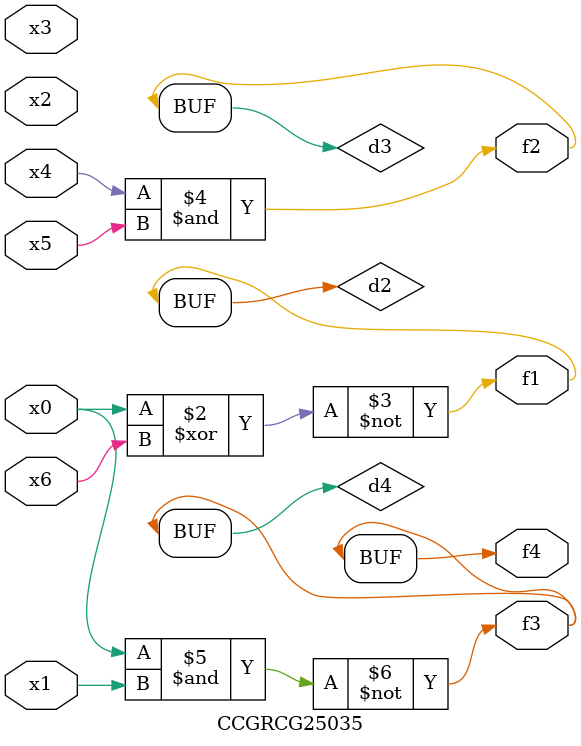
<source format=v>
module CCGRCG25035(
	input x0, x1, x2, x3, x4, x5, x6,
	output f1, f2, f3, f4
);

	wire d1, d2, d3, d4;

	nor (d1, x0);
	xnor (d2, x0, x6);
	and (d3, x4, x5);
	nand (d4, x0, x1);
	assign f1 = d2;
	assign f2 = d3;
	assign f3 = d4;
	assign f4 = d4;
endmodule

</source>
